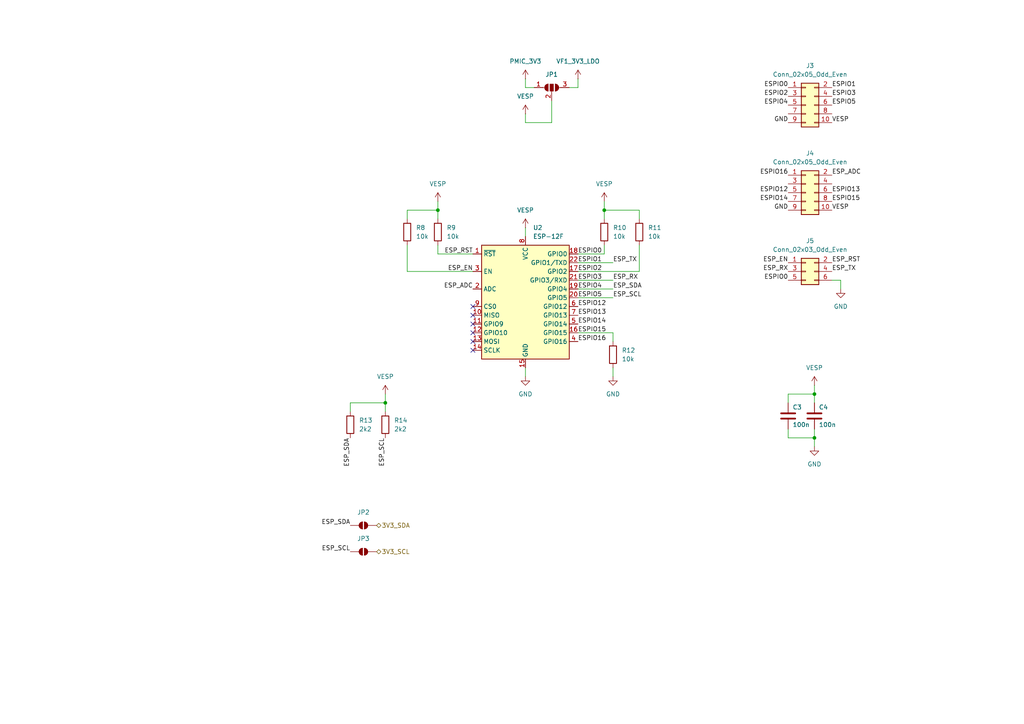
<source format=kicad_sch>
(kicad_sch (version 20231120) (generator "eeschema") (generator_version "8.0")
  (paper "A4")
  (lib_symbols
    (symbol "Connector_Generic:Conn_02x03_Odd_Even" (pin_names (offset 1.016) hide)
      (property "Reference" "J" (at 1.27 5.08 0))
      (property "Value" "Conn_02x03_Odd_Even" (at 1.27 -5.08 0))
      (symbol "Conn_02x03_Odd_Even_1_1"
        (rectangle (start -1.27 -2.413) (end 0 -2.667) (stroke (width 0.1524)))
        (rectangle (start -1.27 0.127) (end 0 -0.127) (stroke (width 0.1524)))
        (rectangle (start -1.27 2.667) (end 0 2.413) (stroke (width 0.1524)))
        (rectangle (start -1.27 3.81) (end 3.81 -3.81) (stroke (width 0.254)) (fill (type background)))
        (rectangle (start 3.81 -2.413) (end 2.54 -2.667) (stroke (width 0.1524)))
        (rectangle (start 3.81 0.127) (end 2.54 -0.127) (stroke (width 0.1524)))
        (rectangle (start 3.81 2.667) (end 2.54 2.413) (stroke (width 0.1524)))
        (pin passive line (at -5.08 2.54 0) (length 3.81) (name "Pin_1") (number "1"))
        (pin passive line (at 7.62 2.54 180) (length 3.81) (name "Pin_2") (number "2"))
        (pin passive line (at -5.08 0 0) (length 3.81) (name "Pin_3") (number "3"))
        (pin passive line (at 7.62 0 180) (length 3.81) (name "Pin_4") (number "4"))
        (pin passive line (at -5.08 -2.54 0) (length 3.81) (name "Pin_5") (number "5"))
        (pin passive line (at 7.62 -2.54 180) (length 3.81) (name "Pin_6") (number "6"))
      )
    )
    (symbol "Connector_Generic:Conn_02x05_Odd_Even" (pin_names (offset 1.016) hide)
      (property "Reference" "J" (at 1.27 7.62 0))
      (property "Value" "Conn_02x05_Odd_Even" (at 1.27 -7.62 0))
      (symbol "Conn_02x05_Odd_Even_1_1"
        (rectangle (start -1.27 -4.953) (end 0 -5.207) (stroke (width 0.1524)))
        (rectangle (start -1.27 -2.413) (end 0 -2.667) (stroke (width 0.1524)))
        (rectangle (start -1.27 0.127) (end 0 -0.127) (stroke (width 0.1524)))
        (rectangle (start -1.27 2.667) (end 0 2.413) (stroke (width 0.1524)))
        (rectangle (start -1.27 5.207) (end 0 4.953) (stroke (width 0.1524)))
        (rectangle (start -1.27 6.35) (end 3.81 -6.35) (stroke (width 0.254)) (fill (type background)))
        (rectangle (start 3.81 -4.953) (end 2.54 -5.207) (stroke (width 0.1524)))
        (rectangle (start 3.81 -2.413) (end 2.54 -2.667) (stroke (width 0.1524)))
        (rectangle (start 3.81 0.127) (end 2.54 -0.127) (stroke (width 0.1524)))
        (rectangle (start 3.81 2.667) (end 2.54 2.413) (stroke (width 0.1524)))
        (rectangle (start 3.81 5.207) (end 2.54 4.953) (stroke (width 0.1524)))
        (pin passive line (at -5.08 5.08 0) (length 3.81) (name "Pin_1") (number "1"))
        (pin passive line (at 7.62 -5.08 180) (length 3.81) (name "Pin_10") (number "10"))
        (pin passive line (at 7.62 5.08 180) (length 3.81) (name "Pin_2") (number "2"))
        (pin passive line (at -5.08 2.54 0) (length 3.81) (name "Pin_3") (number "3"))
        (pin passive line (at 7.62 2.54 180) (length 3.81) (name "Pin_4") (number "4"))
        (pin passive line (at -5.08 0 0) (length 3.81) (name "Pin_5") (number "5"))
        (pin passive line (at 7.62 0 180) (length 3.81) (name "Pin_6") (number "6"))
        (pin passive line (at -5.08 -2.54 0) (length 3.81) (name "Pin_7") (number "7"))
        (pin passive line (at 7.62 -2.54 180) (length 3.81) (name "Pin_8") (number "8"))
        (pin passive line (at -5.08 -5.08 0) (length 3.81) (name "Pin_9") (number "9"))
      )
    )
    (symbol "Device:C" (pin_numbers hide) (pin_names (offset 0.254))
      (property "Reference" "C" (at 0.635 2.54 0))
      (property "Value" "C" (at 0.635 -2.54 0))
      (symbol "C_0_1"
        (polyline (pts (xy -2.032 -0.762) (xy 2.032 -0.762)) (stroke (width 0.508)))
        (polyline (pts (xy -2.032 0.762) (xy 2.032 0.762)) (stroke (width 0.508)))
      )
      (symbol "C_1_1"
        (pin passive line (at 0 3.81 270) (length 2.794) (name "~") (number "1"))
        (pin passive line (at 0 -3.81 90) (length 2.794) (name "~") (number "2"))
      )
    )
    (symbol "Device:R" (pin_numbers hide) (pin_names (offset 0))
      (property "Reference" "R" (at 2.032 0 90))
      (property "Value" "R" (at 0 0 90))
      (symbol "R_0_1"
        (rectangle (start -1.016 -2.54) (end 1.016 2.54) (stroke (width 0.254)))
      )
      (symbol "R_1_1"
        (pin passive line (at 0 3.81 270) (length 1.27) (name "~") (number "1"))
        (pin passive line (at 0 -3.81 90) (length 1.27) (name "~") (number "2"))
      )
    )
    (symbol "Jumper:SolderJumper_2_Open" (pin_numbers hide) (pin_names (offset 0) hide) (exclude_from_sim yes) (in_bom no)
      (property "Reference" "JP" (at 0 2.032 0))
      (property "Value" "SolderJumper_2_Open" (at 0 -2.54 0))
      (symbol "SolderJumper_2_Open_0_1"
        (arc (start -0.254 1.016) (mid -1.2656 0) (end -0.254 -1.016))
        (arc (start -0.254 1.016) (mid -1.2656 0) (end -0.254 -1.016) (fill (type outline)))
        (polyline (pts (xy -0.254 1.016) (xy -0.254 -1.016)))
        (polyline (pts (xy 0.254 1.016) (xy 0.254 -1.016)))
        (arc (start 0.254 -1.016) (mid 1.2656 0) (end 0.254 1.016))
        (arc (start 0.254 -1.016) (mid 1.2656 0) (end 0.254 1.016) (fill (type outline)))
      )
      (symbol "SolderJumper_2_Open_1_1"
        (pin passive line (at -3.81 0 0) (length 2.54) (name "A") (number "1"))
        (pin passive line (at 3.81 0 180) (length 2.54) (name "B") (number "2"))
      )
    )
    (symbol "Jumper:SolderJumper_3_Open" (pin_names (offset 0) hide)
      (property "Reference" "JP" (at -2.54 -2.54 0))
      (property "Value" "SolderJumper_3_Open" (at 0 2.794 0))
      (symbol "SolderJumper_3_Open_0_1"
        (arc (start -1.016 1.016) (mid -2.0276 0) (end -1.016 -1.016))
        (arc (start -1.016 1.016) (mid -2.0276 0) (end -1.016 -1.016) (fill (type outline)))
        (rectangle (start -0.508 1.016) (end 0.508 -1.016) (fill (type outline)))
        (polyline (pts (xy -2.54 0) (xy -2.032 0)))
        (polyline (pts (xy -1.016 1.016) (xy -1.016 -1.016)))
        (polyline (pts (xy 0 -1.27) (xy 0 -1.016)))
        (polyline (pts (xy 1.016 1.016) (xy 1.016 -1.016)))
        (polyline (pts (xy 2.54 0) (xy 2.032 0)))
        (arc (start 1.016 -1.016) (mid 2.0276 0) (end 1.016 1.016))
        (arc (start 1.016 -1.016) (mid 2.0276 0) (end 1.016 1.016) (fill (type outline)))
      )
      (symbol "SolderJumper_3_Open_1_1"
        (pin passive line (at -5.08 0 0) (length 2.54) (name "A") (number "1"))
        (pin passive line (at 0 -3.81 90) (length 2.54) (name "C") (number "2"))
        (pin passive line (at 5.08 0 180) (length 2.54) (name "B") (number "3"))
      )
    )
    (symbol "RF_Module:ESP-12F"
      (property "Reference" "U" (at -12.7 19.05 0))
      (property "Value" "ESP-12F" (at 12.7 19.05 0))
      (symbol "ESP-12F_0_1"
        (rectangle (start -12.7 17.78) (end 12.7 -15.24) (stroke (width 0.254)) (fill (type background)))
      )
      (symbol "ESP-12F_1_1"
        (pin input line (at -15.24 15.24 0) (length 2.54) (name "~{RST}") (number "1"))
        (pin bidirectional line (at -15.24 -2.54 0) (length 2.54) (name "MISO") (number "10"))
        (pin bidirectional line (at -15.24 -5.08 0) (length 2.54) (name "GPIO9") (number "11"))
        (pin bidirectional line (at -15.24 -7.62 0) (length 2.54) (name "GPIO10") (number "12"))
        (pin bidirectional line (at -15.24 -10.16 0) (length 2.54) (name "MOSI") (number "13"))
        (pin bidirectional line (at -15.24 -12.7 0) (length 2.54) (name "SCLK") (number "14"))
        (pin power_in line (at 0 -17.78 90) (length 2.54) (name "GND") (number "15"))
        (pin bidirectional line (at 15.24 -7.62 180) (length 2.54) (name "GPIO15") (number "16"))
        (pin bidirectional line (at 15.24 10.16 180) (length 2.54) (name "GPIO2") (number "17"))
        (pin bidirectional line (at 15.24 15.24 180) (length 2.54) (name "GPIO0") (number "18"))
        (pin bidirectional line (at 15.24 5.08 180) (length 2.54) (name "GPIO4") (number "19"))
        (pin input line (at -15.24 5.08 0) (length 2.54) (name "ADC") (number "2"))
        (pin bidirectional line (at 15.24 2.54 180) (length 2.54) (name "GPIO5") (number "20"))
        (pin bidirectional line (at 15.24 7.62 180) (length 2.54) (name "GPIO3/RXD") (number "21"))
        (pin bidirectional line (at 15.24 12.7 180) (length 2.54) (name "GPIO1/TXD") (number "22"))
        (pin input line (at -15.24 10.16 0) (length 2.54) (name "EN") (number "3"))
        (pin bidirectional line (at 15.24 -10.16 180) (length 2.54) (name "GPIO16") (number "4"))
        (pin bidirectional line (at 15.24 -5.08 180) (length 2.54) (name "GPIO14") (number "5"))
        (pin bidirectional line (at 15.24 0 180) (length 2.54) (name "GPIO12") (number "6"))
        (pin bidirectional line (at 15.24 -2.54 180) (length 2.54) (name "GPIO13") (number "7"))
        (pin power_in line (at 0 20.32 270) (length 2.54) (name "VCC") (number "8"))
        (pin input line (at -15.24 0 0) (length 2.54) (name "CS0") (number "9"))
      )
    )
    (symbol "power:+3V3" (power) (pin_numbers hide) (pin_names (offset 0) hide)
      (property "Value" "+3V3" (at 0 3.556 0))
      (symbol "+3V3_0_1"
        (polyline (pts (xy -0.762 1.27) (xy 0 2.54)))
        (polyline (pts (xy 0 0) (xy 0 2.54)))
        (polyline (pts (xy 0 2.54) (xy 0.762 1.27)))
      )
      (symbol "+3V3_1_1"
        (pin power_in line (at 0 0 90) (length 0) (name "~") (number "1"))
      )
    )
    (symbol "power:GND" (power) (pin_names (offset 0))
      (property "Value" "GND" (at 0 -3.81 0))
      (symbol "GND_0_1"
        (polyline (pts (xy 0 0) (xy 0 -1.27) (xy 1.27 -1.27) (xy 0 -2.54) (xy -1.27 -1.27) (xy 0 -1.27)))
      )
      (symbol "GND_1_1"
        (pin power_in line (at 0 0 270) (length 0) hide (name "GND") (number "1"))
      )
    )
    (symbol "power:VDD" (power) (pin_numbers hide) (pin_names (offset 0) hide)
      (property "Value" "VDD" (at 0 3.556 0))
      (symbol "VDD_0_1"
        (polyline (pts (xy -0.762 1.27) (xy 0 2.54)))
        (polyline (pts (xy 0 0) (xy 0 2.54)))
        (polyline (pts (xy 0 2.54) (xy 0.762 1.27)))
      )
      (symbol "VDD_1_1"
        (pin power_in line (at 0 0 90) (length 0) (name "~") (number "1"))
      )
    )
  )
  (junction (at 111.76 116.84))
  (junction (at 236.22 127))
  (junction (at 127 60.96))
  (junction (at 175.26 60.96))
  (junction (at 236.22 114.3))
  (no_connect (at 137.16 93.98))
  (no_connect (at 137.16 91.44))
  (no_connect (at 137.16 99.06))
  (no_connect (at 137.16 101.6))
  (no_connect (at 137.16 96.52))
  (no_connect (at 137.16 88.9))
  (wire (pts (xy 185.42 71.12) (xy 185.42 78.74)))
  (wire (pts (xy 185.42 60.96) (xy 185.42 63.5)))
  (wire (pts (xy 152.4 66.04) (xy 152.4 68.58)))
  (wire (pts (xy 167.64 83.82) (xy 177.8 83.82)))
  (wire (pts (xy 152.4 22.86) (xy 152.4 25.4)))
  (wire (pts (xy 127 60.96) (xy 127 58.42)))
  (wire (pts (xy 241.3 81.28) (xy 243.84 81.28)))
  (wire (pts (xy 177.8 99.06) (xy 177.8 96.52)))
  (wire (pts (xy 185.42 78.74) (xy 167.64 78.74)))
  (wire (pts (xy 111.76 116.84) (xy 111.76 119.38)))
  (wire (pts (xy 152.4 106.68) (xy 152.4 109.22)))
  (wire (pts (xy 177.8 106.68) (xy 177.8 109.22)))
  (wire (pts (xy 167.64 76.2) (xy 177.8 76.2)))
  (wire (pts (xy 127 71.12) (xy 127 73.66)))
  (wire (pts (xy 243.84 81.28) (xy 243.84 83.82)))
  (wire (pts (xy 118.11 60.96) (xy 127 60.96)))
  (wire (pts (xy 236.22 124.46) (xy 236.22 127)))
  (wire (pts (xy 127 73.66) (xy 137.16 73.66)))
  (wire (pts (xy 177.8 96.52) (xy 167.64 96.52)))
  (wire (pts (xy 175.26 71.12) (xy 175.26 73.66)))
  (wire (pts (xy 118.11 71.12) (xy 118.11 78.74)))
  (wire (pts (xy 165.1 25.4) (xy 167.64 25.4)))
  (wire (pts (xy 152.4 25.4) (xy 154.94 25.4)))
  (wire (pts (xy 175.26 60.96) (xy 175.26 63.5)))
  (wire (pts (xy 127 60.96) (xy 127 63.5)))
  (wire (pts (xy 228.6 114.3) (xy 228.6 116.84)))
  (wire (pts (xy 175.26 73.66) (xy 167.64 73.66)))
  (wire (pts (xy 236.22 114.3) (xy 228.6 114.3)))
  (wire (pts (xy 175.26 60.96) (xy 185.42 60.96)))
  (wire (pts (xy 167.64 25.4) (xy 167.64 22.86)))
  (wire (pts (xy 118.11 78.74) (xy 137.16 78.74)))
  (wire (pts (xy 167.64 86.36) (xy 177.8 86.36)))
  (wire (pts (xy 167.64 81.28) (xy 177.8 81.28)))
  (wire (pts (xy 236.22 114.3) (xy 236.22 116.84)))
  (wire (pts (xy 175.26 58.42) (xy 175.26 60.96)))
  (wire (pts (xy 228.6 127) (xy 236.22 127)))
  (wire (pts (xy 152.4 33.02) (xy 152.4 35.56)))
  (wire (pts (xy 111.76 116.84) (xy 101.6 116.84)))
  (wire (pts (xy 236.22 111.76) (xy 236.22 114.3)))
  (wire (pts (xy 118.11 63.5) (xy 118.11 60.96)))
  (wire (pts (xy 111.76 114.3) (xy 111.76 116.84)))
  (wire (pts (xy 152.4 35.56) (xy 160.02 35.56)))
  (wire (pts (xy 160.02 35.56) (xy 160.02 29.21)))
  (wire (pts (xy 101.6 116.84) (xy 101.6 119.38)))
  (wire (pts (xy 228.6 124.46) (xy 228.6 127)))
  (wire (pts (xy 236.22 127) (xy 236.22 129.54)))
  (label "ESP_SDA" (at 101.6 127 270))
  (label "ESPIO13" (at 167.64 91.44 0))
  (label "ESPIO0" (at 167.64 73.66 0))
  (label "ESPIO16" (at 167.64 99.06 0))
  (label "ESP_SDA" (at 101.6 152.4 180))
  (label "ESP_SCL" (at 111.76 127 270))
  (label "ESP_TX" (at 177.8 76.2 0))
  (label "ESPIO3" (at 167.64 81.28 0))
  (label "ESP_RST" (at 137.16 73.66 180))
  (label "ESPIO12" (at 228.6 55.88 180))
  (label "ESP_EN" (at 137.16 78.74 180))
  (label "ESPIO14" (at 167.64 93.98 0))
  (label "ESPIO12" (at 167.64 88.9 0))
  (label "ESPIO13" (at 241.3 55.88 0))
  (label "ESPIO14" (at 228.6 58.42 180))
  (label "ESP_RX" (at 228.6 78.74 180))
  (label "ESP_EN" (at 228.6 76.2 180))
  (label "ESP_SCL" (at 177.8 86.36 0))
  (label "ESPIO15" (at 241.3 58.42 0))
  (label "VESP" (at 241.3 35.56 0))
  (label "ESP_ADC" (at 241.3 50.8 0))
  (label "ESPIO1" (at 241.3 25.4 0))
  (label "ESPIO4" (at 167.64 83.82 0))
  (label "ESPIO3" (at 241.3 27.94 0))
  (label "VESP" (at 241.3 60.96 0))
  (label "ESPIO0" (at 228.6 25.4 180))
  (label "ESP_ADC" (at 137.16 83.82 180))
  (label "ESPIO4" (at 228.6 30.48 180))
  (label "ESPIO5" (at 167.64 86.36 0))
  (label "ESPIO0" (at 228.6 81.28 180))
  (label "ESP_TX" (at 241.3 78.74 0))
  (label "ESPIO2" (at 228.6 27.94 180))
  (label "ESPIO15" (at 167.64 96.52 0))
  (label "ESPIO1" (at 167.64 76.2 0))
  (label "ESPIO16" (at 228.6 50.8 180))
  (label "ESP_RST" (at 241.3 76.2 0))
  (label "ESP_SCL" (at 101.6 160.02 180))
  (label "GND" (at 228.6 35.56 180))
  (label "ESP_RX" (at 177.8 81.28 0))
  (label "ESPIO5" (at 241.3 30.48 0))
  (label "GND" (at 228.6 60.96 180))
  (label "ESPIO2" (at 167.64 78.74 0))
  (label "ESP_SDA" (at 177.8 83.82 0))
  (hierarchical_label "3V3_SDA" (shape bidirectional) (at 109.22 152.4 0))
  (hierarchical_label "3V3_SCL" (shape bidirectional) (at 109.22 160.02 0))
  (symbol (lib_id "Device:R") (at 175.26 67.31 0) (unit 1)
    (property "Reference" "R10" (at 177.8 66.0399 0) (effects (justify left)))
    (property "Value" "10k" (at 177.8 68.5799 0) (effects (justify left)))
    (property "Footprint" "Resistor_SMD:R_0402_1005Metric" (effects (hide yes)))
    (property "Description" "Resistor" (effects (hide yes)))
  )
  (symbol (lib_id "power:VDD") (at 236.22 111.76 0) (mirror y) (unit 1)
    (property "Reference" "#PWR033" (effects (hide yes)))
    (property "Value" "VESP" (at 236.22 106.68 0))
    (property "Description" "Power symbol creates a global label with name \"VDD\"" (effects (hide yes)))
  )
  (symbol (lib_id "power:VDD") (at 111.76 114.3 0) (mirror y) (unit 1)
    (property "Reference" "#PWR034" (effects (hide yes)))
    (property "Value" "VESP" (at 111.76 109.22 0))
    (property "Description" "Power symbol creates a global label with name \"VDD\"" (effects (hide yes)))
  )
  (symbol (lib_id "RF_Module:ESP-12F") (at 152.4 88.9 0) (unit 1)
    (property "Reference" "U2" (at 154.5941 66.04 0) (effects (justify left)))
    (property "Value" "ESP-12F" (at 154.5941 68.58 0) (effects (justify left)))
    (property "Footprint" "RF_Module:ESP-12E" (effects (hide yes)))
    (property "Datasheet" "http://wiki.ai-thinker.com/_media/esp8266/esp8266_series_modules_user_manual_v1.1.pdf" (effects (hide yes)))
    (property "Description" "802.11 b/g/n Wi-Fi Module" (effects (hide yes)))
  )
  (symbol (lib_id "power:+3V3") (at 167.64 22.86 0) (unit 1)
    (property "Reference" "#PWR025" (effects (hide yes)))
    (property "Value" "VF1_3V3_LDO" (at 167.64 17.78 0))
    (property "Description" "Power symbol creates a global label with name \"+3V3\"" (effects (hide yes)))
  )
  (symbol (lib_id "power:GND") (at 236.22 129.54 0) (unit 1)
    (property "Reference" "#PWR035" (effects (hide yes)))
    (property "Value" "GND" (at 236.22 134.62 0))
    (property "Description" "Power symbol creates a global label with name \"GND\" , ground" (effects (hide yes)))
  )
  (symbol (lib_id "power:GND") (at 152.4 109.22 0) (unit 1)
    (property "Reference" "#PWR031" (effects (hide yes)))
    (property "Value" "GND" (at 152.4 114.3 0))
  )
  (symbol (lib_id "Device:R") (at 177.8 102.87 0) (unit 1)
    (property "Reference" "R12" (at 180.34 101.5999 0) (effects (justify left)))
    (property "Value" "10k" (at 180.34 104.1399 0) (effects (justify left)))
    (property "Footprint" "Resistor_SMD:R_0402_1005Metric" (effects (hide yes)))
    (property "Description" "Resistor" (effects (hide yes)))
  )
  (symbol (lib_id "power:GND") (at 243.84 83.82 0) (unit 1)
    (property "Reference" "#PWR030" (effects (hide yes)))
    (property "Value" "GND" (at 243.84 88.9 0))
  )
  (symbol (lib_id "Device:C") (at 236.22 120.65 0) (unit 1)
    (property "Reference" "C4" (at 237.49 118.11 0) (effects (justify left)))
    (property "Value" "100n" (at 237.49 123.19 0) (effects (justify left)))
    (property "Footprint" "Capacitor_SMD:C_0402_1005Metric" (effects (hide yes)))
    (property "Description" "Unpolarized capacitor" (effects (hide yes)))
  )
  (symbol (lib_id "Device:R") (at 101.6 123.19 0) (unit 1)
    (property "Reference" "R13" (at 104.14 121.9199 0) (effects (justify left)))
    (property "Value" "2k2" (at 104.14 124.4599 0) (effects (justify left)))
    (property "Footprint" "Resistor_SMD:R_0402_1005Metric" (effects (hide yes)))
    (property "Description" "Resistor" (effects (hide yes)))
  )
  (symbol (lib_id "power:+3V3") (at 152.4 22.86 0) (unit 1)
    (property "Reference" "#PWR024" (effects (hide yes)))
    (property "Value" "PMIC_3V3" (at 152.4 17.78 0))
    (property "Description" "Power symbol creates a global label with name \"+3V3\"" (effects (hide yes)))
  )
  (symbol (lib_id "power:GND") (at 177.8 109.22 0) (unit 1)
    (property "Reference" "#PWR032" (effects (hide yes)))
    (property "Value" "GND" (at 177.8 114.3 0))
  )
  (symbol (lib_id "Device:C") (at 228.6 120.65 0) (unit 1)
    (property "Reference" "C3" (at 229.87 118.11 0) (effects (justify left)))
    (property "Value" "100n" (at 229.87 123.19 0) (effects (justify left)))
    (property "Footprint" "Capacitor_SMD:C_0402_1005Metric" (effects (hide yes)))
    (property "Description" "Unpolarized capacitor" (effects (hide yes)))
  )
  (symbol (lib_id "Connector_Generic:Conn_02x05_Odd_Even") (at 233.68 30.48 0) (unit 1)
    (property "Reference" "J3" (at 234.95 19.05 0))
    (property "Value" "Conn_02x05_Odd_Even" (at 234.95 21.59 0))
    (property "Footprint" "Connector_PinHeader_2.54mm:PinHeader_2x05_P2.54mm_Vertical" (effects (hide yes)))
  )
  (symbol (lib_id "Connector_Generic:Conn_02x05_Odd_Even") (at 233.68 55.88 0) (unit 1)
    (property "Reference" "J4" (at 234.95 44.45 0))
    (property "Value" "Conn_02x05_Odd_Even" (at 234.95 46.99 0))
    (property "Footprint" "Connector_PinHeader_2.54mm:PinHeader_2x05_P2.54mm_Vertical" (effects (hide yes)))
  )
  (symbol (lib_id "Jumper:SolderJumper_2_Open") (at 105.41 160.02 180) (unit 1) (exclude_from_sim yes) (in_bom no)
    (property "Reference" "JP3" (at 105.41 156.21 0))
    (property "Value" "SolderJumper_2_Open" (effects (hide yes)))
    (property "Footprint" "Jumper:SolderJumper-2_P1.3mm_Open_RoundedPad1.0x1.5mm" (effects (hide yes)))
    (property "Description" "Solder Jumper, 2-pole, open" (effects (hide yes)))
  )
  (symbol (lib_id "Device:R") (at 118.11 67.31 0) (unit 1)
    (property "Reference" "R8" (at 120.65 66.0399 0) (effects (justify left)))
    (property "Value" "10k" (at 120.65 68.5799 0) (effects (justify left)))
    (property "Footprint" "Resistor_SMD:R_0402_1005Metric" (effects (hide yes)))
    (property "Description" "Resistor" (effects (hide yes)))
  )
  (symbol (lib_id "Connector_Generic:Conn_02x03_Odd_Even") (at 233.68 78.74 0) (unit 1)
    (property "Reference" "J5" (at 234.95 69.85 0))
    (property "Value" "Conn_02x03_Odd_Even" (at 234.95 72.39 0))
    (property "Footprint" "Connector_PinHeader_2.54mm:PinHeader_2x03_P2.54mm_Vertical" (effects (hide yes)))
  )
  (symbol (lib_id "Jumper:SolderJumper_3_Open") (at 160.02 25.4 0) (unit 1)
    (property "Reference" "JP1" (at 160.02 21.59 0))
    (property "Value" "SolderJumper_3_Open" (effects (hide yes)))
    (property "Footprint" "Jumper:SolderJumper-3_P1.3mm_Open_RoundedPad1.0x1.5mm" (effects (hide yes)))
  )
  (symbol (lib_id "Device:R") (at 127 67.31 0) (unit 1)
    (property "Reference" "R9" (at 129.54 66.0399 0) (effects (justify left)))
    (property "Value" "10k" (at 129.54 68.5799 0) (effects (justify left)))
    (property "Footprint" "Resistor_SMD:R_0402_1005Metric" (effects (hide yes)))
    (property "Description" "Resistor" (effects (hide yes)))
  )
  (symbol (lib_id "Device:R") (at 185.42 67.31 0) (unit 1)
    (property "Reference" "R11" (at 187.96 66.0399 0) (effects (justify left)))
    (property "Value" "10k" (at 187.96 68.5799 0) (effects (justify left)))
    (property "Footprint" "Resistor_SMD:R_0402_1005Metric" (effects (hide yes)))
    (property "Description" "Resistor" (effects (hide yes)))
  )
  (symbol (lib_id "power:VDD") (at 152.4 33.02 0) (mirror y) (unit 1)
    (property "Reference" "#PWR026" (effects (hide yes)))
    (property "Value" "VESP" (at 152.4 27.94 0))
    (property "Description" "Power symbol creates a global label with name \"VDD\"" (effects (hide yes)))
  )
  (symbol (lib_id "Jumper:SolderJumper_2_Open") (at 105.41 152.4 180) (unit 1) (exclude_from_sim yes) (in_bom no)
    (property "Reference" "JP2" (at 105.41 148.59 0))
    (property "Value" "SolderJumper_2_Open" (effects (hide yes)))
    (property "Footprint" "Jumper:SolderJumper-2_P1.3mm_Open_RoundedPad1.0x1.5mm" (effects (hide yes)))
    (property "Description" "Solder Jumper, 2-pole, open" (effects (hide yes)))
  )
  (symbol (lib_id "power:VDD") (at 152.4 66.04 0) (mirror y) (unit 1)
    (property "Reference" "#PWR029" (effects (hide yes)))
    (property "Value" "VESP" (at 152.4 60.96 0))
    (property "Description" "Power symbol creates a global label with name \"VDD\"" (effects (hide yes)))
  )
  (symbol (lib_id "power:VDD") (at 127 58.42 0) (mirror y) (unit 1)
    (property "Reference" "#PWR027" (effects (hide yes)))
    (property "Value" "VESP" (at 127 53.34 0))
    (property "Description" "Power symbol creates a global label with name \"VDD\"" (effects (hide yes)))
  )
  (symbol (lib_id "Device:R") (at 111.76 123.19 0) (unit 1)
    (property "Reference" "R14" (at 114.3 121.9199 0) (effects (justify left)))
    (property "Value" "2k2" (at 114.3 124.4599 0) (effects (justify left)))
    (property "Footprint" "Resistor_SMD:R_0402_1005Metric" (effects (hide yes)))
    (property "Description" "Resistor" (effects (hide yes)))
  )
  (symbol (lib_id "power:VDD") (at 175.26 58.42 0) (mirror y) (unit 1)
    (property "Reference" "#PWR028" (effects (hide yes)))
    (property "Value" "VESP" (at 175.26 53.34 0))
    (property "Description" "Power symbol creates a global label with name \"VDD\"" (effects (hide yes)))
  )
)
</source>
